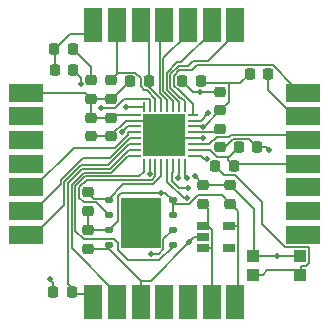
<source format=gbr>
G04 #@! TF.GenerationSoftware,KiCad,Pcbnew,(5.99.0-7341-g916db1094)*
G04 #@! TF.CreationDate,2020-12-04T14:01:57-06:00*
G04 #@! TF.ProjectId,CircuitBrains Basic v1_2,43697263-7569-4744-9272-61696e732042,rev?*
G04 #@! TF.SameCoordinates,Original*
G04 #@! TF.FileFunction,Copper,L1,Top*
G04 #@! TF.FilePolarity,Positive*
%FSLAX46Y46*%
G04 Gerber Fmt 4.6, Leading zero omitted, Abs format (unit mm)*
G04 Created by KiCad (PCBNEW (5.99.0-7341-g916db1094)) date 2020-12-04 14:01:57*
%MOMM*%
%LPD*%
G01*
G04 APERTURE LIST*
G04 Aperture macros list*
%AMRoundRect*
0 Rectangle with rounded corners*
0 $1 Rounding radius*
0 $2 $3 $4 $5 $6 $7 $8 $9 X,Y pos of 4 corners*
0 Add a 4 corners polygon primitive as box body*
4,1,4,$2,$3,$4,$5,$6,$7,$8,$9,$2,$3,0*
0 Add four circle primitives for the rounded corners*
1,1,$1+$1,$2,$3,0*
1,1,$1+$1,$4,$5,0*
1,1,$1+$1,$6,$7,0*
1,1,$1+$1,$8,$9,0*
0 Add four rect primitives between the rounded corners*
20,1,$1+$1,$2,$3,$4,$5,0*
20,1,$1+$1,$4,$5,$6,$7,0*
20,1,$1+$1,$6,$7,$8,$9,0*
20,1,$1+$1,$8,$9,$2,$3,0*%
G04 Aperture macros list end*
G04 #@! TA.AperFunction,SMDPad,CuDef*
%ADD10RoundRect,0.218750X0.256250X-0.218750X0.256250X0.218750X-0.256250X0.218750X-0.256250X-0.218750X0*%
G04 #@! TD*
G04 #@! TA.AperFunction,SMDPad,CuDef*
%ADD11RoundRect,0.218750X-0.218750X-0.256250X0.218750X-0.256250X0.218750X0.256250X-0.218750X0.256250X0*%
G04 #@! TD*
G04 #@! TA.AperFunction,SMDPad,CuDef*
%ADD12RoundRect,0.218750X-0.256250X0.218750X-0.256250X-0.218750X0.256250X-0.218750X0.256250X0.218750X0*%
G04 #@! TD*
G04 #@! TA.AperFunction,SMDPad,CuDef*
%ADD13RoundRect,0.218750X0.218750X0.256250X-0.218750X0.256250X-0.218750X-0.256250X0.218750X-0.256250X0*%
G04 #@! TD*
G04 #@! TA.AperFunction,SMDPad,CuDef*
%ADD14R,0.260000X0.840000*%
G04 #@! TD*
G04 #@! TA.AperFunction,SMDPad,CuDef*
%ADD15R,0.840000X0.260000*%
G04 #@! TD*
G04 #@! TA.AperFunction,SMDPad,CuDef*
%ADD16R,3.600000X3.600000*%
G04 #@! TD*
G04 #@! TA.AperFunction,SMDPad,CuDef*
%ADD17R,1.000000X1.000000*%
G04 #@! TD*
G04 #@! TA.AperFunction,SMDPad,CuDef*
%ADD18R,3.000000X1.500000*%
G04 #@! TD*
G04 #@! TA.AperFunction,SMDPad,CuDef*
%ADD19R,1.500000X3.000000*%
G04 #@! TD*
G04 #@! TA.AperFunction,SMDPad,CuDef*
%ADD20R,1.060000X0.650000*%
G04 #@! TD*
G04 #@! TA.AperFunction,SMDPad,CuDef*
%ADD21RoundRect,0.125000X-0.250000X-0.125000X0.250000X-0.125000X0.250000X0.125000X-0.250000X0.125000X0*%
G04 #@! TD*
G04 #@! TA.AperFunction,SMDPad,CuDef*
%ADD22R,3.400000X4.300000*%
G04 #@! TD*
G04 #@! TA.AperFunction,ViaPad*
%ADD23C,1.400000*%
G04 #@! TD*
G04 #@! TA.AperFunction,ViaPad*
%ADD24C,0.508000*%
G04 #@! TD*
G04 #@! TA.AperFunction,Conductor*
%ADD25C,0.152400*%
G04 #@! TD*
G04 #@! TA.AperFunction,Conductor*
%ADD26C,0.200000*%
G04 #@! TD*
G04 APERTURE END LIST*
D10*
X104800000Y-101099500D03*
X104800000Y-99524500D03*
X95600000Y-100187500D03*
X95600000Y-98612500D03*
D11*
X106400500Y-101100000D03*
X107975500Y-101100000D03*
D10*
X103400000Y-105887500D03*
X103400000Y-104312500D03*
D12*
X93600000Y-108124500D03*
X93600000Y-109699500D03*
D13*
X103199500Y-95500000D03*
X101624500Y-95500000D03*
D10*
X105700000Y-105875500D03*
X105700000Y-104300500D03*
X93900000Y-100187500D03*
X93900000Y-98612500D03*
X104800000Y-97987500D03*
X104800000Y-96412500D03*
D11*
X90800000Y-92800000D03*
X92375000Y-92800000D03*
X90812500Y-94600000D03*
X92387500Y-94600000D03*
D10*
X93600000Y-106499500D03*
X93600000Y-104924500D03*
D13*
X105999500Y-102700000D03*
X104424500Y-102700000D03*
D10*
X95600000Y-97000000D03*
X95600000Y-95425000D03*
D11*
X97200000Y-95500000D03*
X98775000Y-95500000D03*
D10*
X93900000Y-97000000D03*
X93900000Y-95425000D03*
D14*
X101850000Y-97665000D03*
X101350000Y-97665000D03*
X100850000Y-97665000D03*
X100350000Y-97665000D03*
X99850000Y-97665000D03*
X99350000Y-97665000D03*
X98850000Y-97665000D03*
X98350000Y-97665000D03*
D15*
X97665000Y-98350000D03*
X97665000Y-98850000D03*
X97665000Y-99350000D03*
X97665000Y-99850000D03*
X97665000Y-100350000D03*
X97665000Y-100850000D03*
X97665000Y-101350000D03*
X97665000Y-101850000D03*
D14*
X98350000Y-102535000D03*
X98850000Y-102535000D03*
X99350000Y-102535000D03*
X99850000Y-102535000D03*
X100350000Y-102535000D03*
X100850000Y-102535000D03*
X101350000Y-102535000D03*
X101850000Y-102535000D03*
D15*
X102535000Y-101850000D03*
X102535000Y-101350000D03*
X102535000Y-100850000D03*
X102535000Y-100350000D03*
X102535000Y-99850000D03*
X102535000Y-99350000D03*
X102535000Y-98850000D03*
X102535000Y-98350000D03*
D16*
X100100000Y-100100000D03*
D17*
X111600000Y-111900000D03*
X107600000Y-111900000D03*
X111600000Y-110300000D03*
X107600000Y-110300000D03*
D18*
X88350000Y-96500000D03*
X88350000Y-98500000D03*
X88350000Y-100500000D03*
X88350000Y-102500000D03*
X88350000Y-104500000D03*
X88350000Y-106500000D03*
X88350000Y-108500000D03*
D19*
X94100000Y-114250000D03*
X96100000Y-114250000D03*
X98100000Y-114250000D03*
X100100000Y-114250000D03*
X102100000Y-114250000D03*
X104100000Y-114250000D03*
X106100000Y-114250000D03*
D18*
X111850000Y-108500000D03*
X111850000Y-106500000D03*
X111850000Y-104500000D03*
X111850000Y-102500000D03*
X111850000Y-100500000D03*
X111850000Y-98500000D03*
X111850000Y-96500000D03*
D19*
X106100000Y-90750000D03*
X104100000Y-90750000D03*
X102100000Y-90750000D03*
X100100000Y-90750000D03*
X98100000Y-90750000D03*
X96100000Y-90750000D03*
X94100000Y-90750000D03*
D20*
X103400000Y-107750000D03*
X103400000Y-108700000D03*
X103400000Y-109650000D03*
X105600000Y-109650000D03*
X105600000Y-107750000D03*
D13*
X92275000Y-113400000D03*
X90700000Y-113400000D03*
D21*
X95400000Y-105595000D03*
X95400000Y-106865000D03*
X95400000Y-108135000D03*
X95400000Y-109405000D03*
X100800000Y-109405000D03*
X100800000Y-108135000D03*
X100800000Y-106865000D03*
X100800000Y-105595000D03*
D22*
X98100000Y-107500000D03*
D11*
X107312500Y-94900000D03*
X108887500Y-94900000D03*
D23*
X94100000Y-90000000D03*
X98100000Y-115000000D03*
D24*
X102699300Y-103563000D03*
X109000000Y-101350000D03*
X101300000Y-98600000D03*
X103132300Y-96412500D03*
X103385000Y-100350000D03*
X102220550Y-109120550D03*
D23*
X94100000Y-91500000D03*
D24*
X109650000Y-110300000D03*
X98950000Y-100100000D03*
X101450000Y-100350000D03*
D23*
X98100000Y-113500000D03*
X106100000Y-115000000D03*
X87600000Y-96500000D03*
X89100000Y-96500000D03*
X106100000Y-113500000D03*
D24*
X99780100Y-104941800D03*
X103365500Y-99368300D03*
D23*
X112600000Y-102500000D03*
X111100000Y-102500000D03*
X104100000Y-115000000D03*
X104100000Y-113500000D03*
D24*
X93009100Y-95766300D03*
X90391000Y-112268800D03*
D23*
X98100000Y-90000000D03*
X98100000Y-91500000D03*
X112600000Y-98500000D03*
D24*
X103795700Y-98234200D03*
D23*
X111100000Y-98500000D03*
X96100000Y-90000000D03*
X96100000Y-91500000D03*
X94100000Y-115000000D03*
X94100000Y-113500000D03*
D24*
X98850000Y-103367800D03*
X98951600Y-110163500D03*
D23*
X104100000Y-90000000D03*
X104100000Y-91500000D03*
X102100000Y-90000000D03*
X102100000Y-91500000D03*
X100100000Y-90000000D03*
X100100000Y-91500000D03*
X87600000Y-102500000D03*
X89100000Y-102500000D03*
D24*
X96511200Y-99854900D03*
D23*
X87600000Y-106500000D03*
X89100000Y-106500000D03*
X87600000Y-108500000D03*
X89100000Y-108500000D03*
X87600000Y-104500000D03*
X89100000Y-104500000D03*
X112600000Y-100500000D03*
X111100000Y-100500000D03*
X112600000Y-104500000D03*
D24*
X103678900Y-102085600D03*
D23*
X111100000Y-104500000D03*
X112600000Y-106500000D03*
X111100000Y-106500000D03*
D24*
X102072400Y-104560900D03*
D23*
X112600000Y-108500000D03*
D24*
X101995000Y-105436800D03*
D23*
X111100000Y-108500000D03*
X100100000Y-115000000D03*
D24*
X101221000Y-103740000D03*
D23*
X100100000Y-113500000D03*
X102100000Y-115000000D03*
X102100000Y-113500000D03*
D24*
X101979000Y-103740000D03*
D23*
X96100000Y-115000000D03*
X96100000Y-113500000D03*
X112600000Y-96500000D03*
X111100000Y-96500000D03*
X106100000Y-90000000D03*
X106100000Y-91500000D03*
X87600000Y-98500000D03*
D24*
X94750000Y-97806200D03*
D23*
X89100000Y-98500000D03*
X87600000Y-100500000D03*
X89100000Y-100500000D03*
D24*
X96815100Y-97665000D03*
D25*
X102535000Y-99850000D02*
X102536300Y-99851300D01*
X104473200Y-99851300D02*
X104800000Y-99524500D01*
X102536300Y-99851300D02*
X104473200Y-99851300D01*
X101450000Y-100350000D02*
X100350000Y-100350000D01*
X109650000Y-110300000D02*
X110971100Y-110300000D01*
X102220550Y-109120550D02*
X98941600Y-112399500D01*
X90812500Y-92800000D02*
X90812500Y-94600000D01*
X102535000Y-100350000D02*
X101450000Y-100350000D01*
X94100000Y-91500000D02*
X94100000Y-90750000D01*
X100100000Y-100100000D02*
X98850000Y-98850000D01*
X98100000Y-114250000D02*
X98100000Y-113500000D01*
X98100000Y-113500000D02*
X98100000Y-112399500D01*
X95600000Y-100079100D02*
X95600000Y-100187500D01*
X103400000Y-108700000D02*
X102641100Y-108700000D01*
X100350000Y-100350000D02*
X100100000Y-100100000D01*
X105237200Y-101099500D02*
X104800000Y-101099500D01*
X97665000Y-98850000D02*
X96829100Y-98850000D01*
X107700000Y-110300000D02*
X109650000Y-110300000D01*
X103400000Y-104312500D02*
X105688000Y-104312500D01*
X98941600Y-112399500D02*
X98100000Y-112399500D01*
X102699300Y-103563000D02*
X103400000Y-104263700D01*
X90812500Y-92800000D02*
X92112500Y-91500000D01*
X103385000Y-100350000D02*
X102535000Y-100350000D01*
X107700000Y-106324500D02*
X107700000Y-110300000D01*
X105688000Y-104312500D02*
X107700000Y-106324500D01*
X105688000Y-104312500D02*
X105700000Y-104300500D01*
X90812500Y-92800000D02*
X90800000Y-92800000D01*
X111700000Y-110300000D02*
X110971100Y-110300000D01*
X98100000Y-112399500D02*
X95400000Y-109699500D01*
X103132300Y-96412500D02*
X102537000Y-96412500D01*
X105941400Y-100395300D02*
X105237200Y-101099500D01*
X95600000Y-100187500D02*
X93900000Y-100187500D01*
X95400000Y-109699500D02*
X95400000Y-109405000D01*
X107975500Y-101100000D02*
X108750000Y-101100000D01*
X107975500Y-101100000D02*
X107270800Y-100395300D01*
X102537000Y-96412500D02*
X101624500Y-95500000D01*
X93600000Y-109699500D02*
X95400000Y-109699500D01*
X98850000Y-98850000D02*
X97665000Y-98850000D01*
X103400000Y-104263700D02*
X103400000Y-104312500D01*
X104800000Y-96412500D02*
X103132300Y-96412500D01*
X107270800Y-100395300D02*
X105941400Y-100395300D01*
X108750000Y-101100000D02*
X109000000Y-101350000D01*
X92112500Y-91500000D02*
X94100000Y-91500000D01*
X96829100Y-98850000D02*
X95600000Y-100079100D01*
X102641100Y-108700000D02*
X102220550Y-109120550D01*
X96171000Y-107343000D02*
X95389500Y-108124500D01*
X107312500Y-94900000D02*
X106526100Y-95686400D01*
X97665000Y-98350000D02*
X97016100Y-98350000D01*
X96468000Y-104941800D02*
X96171000Y-105238800D01*
X103365500Y-99368300D02*
X103419200Y-99368300D01*
X105537000Y-97250500D02*
X105537000Y-95686400D01*
X100800000Y-105920600D02*
X102226800Y-105920600D01*
X93400000Y-96500000D02*
X93900000Y-97000000D01*
X103183900Y-99350000D02*
X103202200Y-99368300D01*
X103202200Y-99368300D02*
X103365500Y-99368300D01*
X102226800Y-105920600D02*
X102967300Y-105180100D01*
X100800000Y-105595000D02*
X100146800Y-104941800D01*
X93900000Y-97000000D02*
X95600000Y-97000000D01*
X95389500Y-108124500D02*
X95400000Y-108135000D01*
X105600000Y-107750000D02*
X106358900Y-107750000D01*
X93600000Y-106499500D02*
X93600000Y-108124500D01*
X93600000Y-108124500D02*
X95389500Y-108124500D01*
X103385900Y-95686400D02*
X103199500Y-95500000D01*
X99780100Y-104941800D02*
X96468000Y-104941800D01*
X102535000Y-99350000D02*
X103183900Y-99350000D01*
X104800000Y-97987500D02*
X105537000Y-97250500D01*
X106100000Y-114250000D02*
X106100000Y-113500000D01*
X106358900Y-113241100D02*
X106358900Y-107750000D01*
X97200000Y-95500000D02*
X95700000Y-97000000D01*
X106100000Y-113500000D02*
X106358900Y-113241100D01*
X96171000Y-105238800D02*
X96171000Y-107343000D01*
X97016100Y-98350000D02*
X95862500Y-98350000D01*
X95862500Y-98350000D02*
X95600000Y-98612500D01*
X105700000Y-105875500D02*
X106358900Y-106534400D01*
X89100000Y-96500000D02*
X93400000Y-96500000D01*
X100800000Y-105595000D02*
X100800000Y-105920600D01*
X95700000Y-97000000D02*
X95600000Y-97000000D01*
X105004600Y-105180100D02*
X105700000Y-105875500D01*
X103419200Y-99368300D02*
X104800000Y-97987500D01*
X100146800Y-104941800D02*
X99780100Y-104941800D01*
X95600000Y-98612500D02*
X93900000Y-98612500D01*
X88350000Y-96500000D02*
X89100000Y-96500000D01*
X106526100Y-95686400D02*
X105537000Y-95686400D01*
X102967300Y-105180100D02*
X105004600Y-105180100D01*
X106358900Y-106534400D02*
X106358900Y-107750000D01*
X105537000Y-95686400D02*
X103385900Y-95686400D01*
X93900000Y-97000000D02*
X93900000Y-98612500D01*
X100800000Y-105920600D02*
X100800000Y-106865000D01*
X111100000Y-102500000D02*
X106199500Y-102500000D01*
X105490100Y-102010400D02*
X105490100Y-102190600D01*
X106199500Y-102500000D02*
X105999500Y-102700000D01*
X105490100Y-102190600D02*
X105999500Y-102700000D01*
X111850000Y-102500000D02*
X111100000Y-102500000D01*
X102535000Y-101350000D02*
X103942400Y-101350000D01*
X103942400Y-101350000D02*
X104560600Y-101968200D01*
X105447900Y-101968200D02*
X105490100Y-102010400D01*
X104560600Y-101968200D02*
X105447900Y-101968200D01*
X105490100Y-102010400D02*
X106400500Y-101100000D01*
X104158900Y-108129400D02*
X103779500Y-107750000D01*
X104082600Y-109650000D02*
X104100000Y-109650000D01*
X104158900Y-109591100D02*
X104158900Y-108129400D01*
X104100000Y-109650000D02*
X104158900Y-109591100D01*
X104100000Y-113500000D02*
X104100000Y-114250000D01*
X103400000Y-109650000D02*
X104082600Y-109650000D01*
X103779500Y-106267000D02*
X103400000Y-105887500D01*
X104100000Y-109650000D02*
X104100000Y-113500000D01*
X103400000Y-107750000D02*
X103779500Y-107750000D01*
X103779500Y-107750000D02*
X103779500Y-106267000D01*
X92375000Y-92800000D02*
X93900000Y-94325000D01*
X93900000Y-94325000D02*
X93900000Y-95425000D01*
X92387500Y-94600000D02*
X93009100Y-95221600D01*
X90700000Y-113400000D02*
X90700000Y-112577800D01*
X93009100Y-95221600D02*
X93009100Y-95766300D01*
X90700000Y-112577800D02*
X90391000Y-112268800D01*
X94152600Y-105477100D02*
X93600000Y-104924500D01*
X95400000Y-105595000D02*
X95400000Y-105477100D01*
X99850000Y-102535000D02*
X99850000Y-103183900D01*
X95400000Y-105477100D02*
X94152600Y-105477100D01*
X96625200Y-104251900D02*
X99105700Y-104251900D01*
X99105700Y-104251900D02*
X99850000Y-103507600D01*
X95400000Y-105477100D02*
X96625200Y-104251900D01*
X99850000Y-103507600D02*
X99850000Y-103183900D01*
X107700000Y-111900000D02*
X108428900Y-111900000D01*
X111700000Y-111900000D02*
X111700000Y-111535500D01*
X112346390Y-109571000D02*
X110325900Y-109571000D01*
X106049100Y-103454400D02*
X105178900Y-103454400D01*
X108370900Y-107616000D02*
X108370900Y-105776200D01*
X110325900Y-109571000D02*
X108370900Y-107616000D01*
X112346390Y-110903610D02*
X112346390Y-109571000D01*
X111700000Y-111535500D02*
X108793400Y-111535500D01*
X108370900Y-105776200D02*
X106049100Y-103454400D01*
X105178900Y-103454400D02*
X104424500Y-102700000D01*
X112078900Y-111171100D02*
X112346390Y-110903610D01*
X108793400Y-111535500D02*
X108428900Y-111900000D01*
X111700000Y-111535500D02*
X111700000Y-111171100D01*
X111700000Y-111171100D02*
X112078900Y-111171100D01*
X98775000Y-95500000D02*
X98775000Y-95984700D01*
X98100000Y-90750000D02*
X98100000Y-91500000D01*
X98775000Y-95984700D02*
X99850000Y-97059700D01*
X98100000Y-91500000D02*
X98775000Y-92175000D01*
X99850000Y-97059700D02*
X99850000Y-97665000D01*
X98775000Y-92175000D02*
X98775000Y-95500000D01*
X108887500Y-96287500D02*
X108887500Y-94900000D01*
X103795600Y-98238300D02*
X103795600Y-98234200D01*
X103795600Y-98234200D02*
X103795700Y-98234200D01*
X102535000Y-98850000D02*
X103183900Y-98850000D01*
X111850000Y-98500000D02*
X111100000Y-98500000D01*
X111100000Y-98500000D02*
X108887500Y-96287500D01*
X103183900Y-98850000D02*
X103795600Y-98238300D01*
X99350000Y-97016100D02*
X98608300Y-96274400D01*
X98407400Y-96274400D02*
X98095500Y-95962500D01*
X99350000Y-97665000D02*
X99350000Y-97016100D01*
X98095500Y-95962500D02*
X98095500Y-95269700D01*
X96100000Y-94795200D02*
X96100000Y-94925000D01*
X97621000Y-94795200D02*
X96100000Y-94795200D01*
X96100000Y-94925000D02*
X95600000Y-95425000D01*
X98608300Y-96274400D02*
X98407400Y-96274400D01*
X96100000Y-91500000D02*
X96100000Y-94795200D01*
X96100000Y-90750000D02*
X96100000Y-91500000D01*
X98095500Y-95269700D02*
X97621000Y-94795200D01*
X97665000Y-101350000D02*
X97084400Y-101350000D01*
X93140600Y-102958900D02*
X91946900Y-104152600D01*
X91946900Y-104152600D02*
X91946900Y-112729900D01*
X91946900Y-112729900D02*
X92446000Y-113229000D01*
X94100000Y-114250000D02*
X94100000Y-113500000D01*
X95475500Y-102958900D02*
X93140600Y-102958900D01*
X94100000Y-113500000D02*
X92717000Y-113500000D01*
X97084400Y-101350000D02*
X95475500Y-102958900D01*
X92275000Y-113400000D02*
X92446000Y-113229000D01*
X92717000Y-113500000D02*
X92446000Y-113229000D01*
X92878800Y-104515600D02*
X92878800Y-105379200D01*
X93281900Y-105782300D02*
X94317300Y-105782300D01*
X99350000Y-102535000D02*
X99350000Y-103551000D01*
X93520200Y-103874200D02*
X92878800Y-104515600D01*
X99026800Y-103874200D02*
X93520200Y-103874200D01*
X92878800Y-105379200D02*
X93281900Y-105782300D01*
X94317300Y-105782300D02*
X95400000Y-106865000D01*
X99350000Y-103551000D02*
X99026800Y-103874200D01*
X98350000Y-103183900D02*
X97964800Y-103569100D01*
X100800000Y-109516800D02*
X100800000Y-109405000D01*
X92557100Y-108190500D02*
X93278600Y-108912000D01*
X93278600Y-108912000D02*
X95838100Y-108912000D01*
X98350000Y-102535000D02*
X98350000Y-103183900D01*
X97964800Y-103569100D02*
X93393600Y-103569100D01*
X96171000Y-109244900D02*
X96171000Y-109777500D01*
X92557100Y-104405600D02*
X92557100Y-108190500D01*
X96171000Y-109777500D02*
X97063700Y-110670200D01*
X95838100Y-108912000D02*
X96171000Y-109244900D01*
X99646600Y-110670200D02*
X100800000Y-109516800D01*
X93393600Y-103569100D02*
X92557100Y-104405600D01*
X97063700Y-110670200D02*
X99646600Y-110670200D01*
X100028900Y-108906100D02*
X100028900Y-109744800D01*
X100028900Y-109744800D02*
X99610200Y-110163500D01*
X98850000Y-102535000D02*
X98850000Y-103183900D01*
X99610200Y-110163500D02*
X98951600Y-110163500D01*
X100800000Y-108135000D02*
X100028900Y-108906100D01*
X98850000Y-103183900D02*
X98850000Y-103367800D01*
X100316000Y-94811800D02*
X101212800Y-93915000D01*
X101510500Y-93915000D02*
X104100000Y-91325500D01*
X100316000Y-96230500D02*
X100316000Y-94811800D01*
X101350000Y-97264500D02*
X100316000Y-96230500D01*
X104100000Y-91325500D02*
X104100000Y-91125000D01*
X101212800Y-93915000D02*
X101510500Y-93915000D01*
X104100000Y-91125000D02*
X104100000Y-91500000D01*
X104100000Y-90750000D02*
X104100000Y-91125000D01*
X101350000Y-97665000D02*
X101350000Y-97264500D01*
X100010900Y-96357000D02*
X100010900Y-93589100D01*
X100850000Y-97196100D02*
X100010900Y-96357000D01*
X100010900Y-93589100D02*
X102100000Y-91500000D01*
X100850000Y-97665000D02*
X100850000Y-97196100D01*
X102100000Y-90750000D02*
X102100000Y-91500000D01*
X100350000Y-97127700D02*
X99705800Y-96483500D01*
X100100000Y-91500000D02*
X100100000Y-90750000D01*
X99705800Y-91894200D02*
X100100000Y-91500000D01*
X99705800Y-96483500D02*
X99705800Y-91894200D01*
X100350000Y-97665000D02*
X100350000Y-97127700D01*
X97665000Y-99350000D02*
X97016100Y-99350000D01*
X97016100Y-99350000D02*
X96511200Y-99854900D01*
X88350000Y-102500000D02*
X89100000Y-102500000D01*
X93182300Y-102054000D02*
X91336700Y-103899600D01*
X97665000Y-100350000D02*
X97202500Y-100350000D01*
X97202500Y-100350000D02*
X95498500Y-102054000D01*
X91336700Y-103899600D02*
X91336700Y-104263300D01*
X95498500Y-102054000D02*
X93182300Y-102054000D01*
X88350000Y-106500000D02*
X89100000Y-106500000D01*
X91336700Y-104263300D02*
X89100000Y-106500000D01*
X95330400Y-102653800D02*
X93014100Y-102653800D01*
X97134200Y-100850000D02*
X95330400Y-102653800D01*
X91641800Y-105958200D02*
X89100000Y-108500000D01*
X91641800Y-104026100D02*
X91641800Y-105958200D01*
X97665000Y-100850000D02*
X97134200Y-100850000D01*
X93014100Y-102653800D02*
X91641800Y-104026100D01*
X89100000Y-108500000D02*
X88350000Y-108500000D01*
X89100000Y-104500000D02*
X92432300Y-101167700D01*
X95909200Y-101167700D02*
X97016100Y-100060800D01*
X97665000Y-99850000D02*
X97016100Y-99850000D01*
X88350000Y-104500000D02*
X89100000Y-104500000D01*
X97016100Y-100060800D02*
X97016100Y-99850000D01*
X92432300Y-101167700D02*
X95909200Y-101167700D01*
X103877800Y-100850000D02*
X102535000Y-100850000D01*
X104523800Y-100204000D02*
X103877800Y-100850000D01*
X105617600Y-100204000D02*
X104523800Y-100204000D01*
X111100000Y-100500000D02*
X110690100Y-100090100D01*
X111850000Y-100500000D02*
X111100000Y-100500000D01*
X105731500Y-100090100D02*
X105617600Y-100204000D01*
X110690100Y-100090100D02*
X105731500Y-100090100D01*
X103419500Y-102085600D02*
X103678900Y-102085600D01*
X102535000Y-101850000D02*
X103183900Y-101850000D01*
X103183900Y-101850000D02*
X103419500Y-102085600D01*
X111850000Y-104500000D02*
X111100000Y-104500000D01*
X100709000Y-103955300D02*
X100709000Y-103324900D01*
X102072400Y-104560900D02*
X101314600Y-104560900D01*
X101314600Y-104560900D02*
X100709000Y-103955300D01*
X111850000Y-106500000D02*
X111100000Y-106500000D01*
X100709000Y-103324900D02*
X100850000Y-103183900D01*
X100850000Y-102535000D02*
X100850000Y-103183900D01*
X111100000Y-108500000D02*
X111850000Y-108500000D01*
X100350000Y-104028000D02*
X100350000Y-102535000D01*
X101995000Y-105436800D02*
X101758800Y-105436800D01*
X101758800Y-105436800D02*
X100350000Y-104028000D01*
D26*
X101375000Y-103586000D02*
X101221000Y-103740000D01*
X101350000Y-102535000D02*
X101350000Y-103165000D01*
D25*
X100100000Y-113500000D02*
X100100000Y-114250000D01*
D26*
X101350000Y-103165000D02*
X101375000Y-103190000D01*
X101375000Y-103190000D02*
X101375000Y-103586000D01*
D25*
X102100000Y-113500000D02*
X102100000Y-114250000D01*
D26*
X101825000Y-103190000D02*
X101825000Y-103586000D01*
X101825000Y-103586000D02*
X101979000Y-103740000D01*
X101850000Y-103165000D02*
X101825000Y-103190000D01*
X101850000Y-102535000D02*
X101850000Y-103165000D01*
D25*
X95602100Y-103264000D02*
X93267100Y-103264000D01*
X97665000Y-101850000D02*
X97016100Y-101850000D01*
X92252000Y-109652000D02*
X96100000Y-113500000D01*
X92252000Y-104279100D02*
X92252000Y-109652000D01*
X93267100Y-103264000D02*
X92252000Y-104279100D01*
X96100000Y-114250000D02*
X96100000Y-113500000D01*
X97016100Y-101850000D02*
X95602100Y-103264000D01*
X111100000Y-95985100D02*
X109295700Y-94180800D01*
X100926300Y-95910100D02*
X101307700Y-96291500D01*
X102449900Y-94607700D02*
X101383400Y-94607700D01*
X102535000Y-97444500D02*
X102535000Y-98350000D01*
X101307700Y-96291500D02*
X101382000Y-96291500D01*
X101382000Y-96291500D02*
X102535000Y-97444500D01*
X111100000Y-96500000D02*
X111100000Y-95985100D01*
X109295700Y-94180800D02*
X102876800Y-94180800D01*
X101383400Y-94607700D02*
X100926300Y-95064800D01*
X111850000Y-96500000D02*
X111100000Y-96500000D01*
X102876800Y-94180800D02*
X102449900Y-94607700D01*
X100926300Y-95064800D02*
X100926300Y-95910100D01*
X101850000Y-97223200D02*
X101526400Y-96899600D01*
X102530700Y-93806700D02*
X103793300Y-93806700D01*
X100621100Y-94938300D02*
X101339200Y-94220200D01*
X101339200Y-94220200D02*
X102117200Y-94220200D01*
X101416700Y-96899600D02*
X100621100Y-96104000D01*
X101850000Y-97665000D02*
X101850000Y-97223200D01*
X101526400Y-96899600D02*
X101416700Y-96899600D01*
X106100000Y-90750000D02*
X106100000Y-91500000D01*
X103793300Y-93806700D02*
X106100000Y-91500000D01*
X100621100Y-96104000D02*
X100621100Y-94938300D01*
X102117200Y-94220200D02*
X102530700Y-93806700D01*
X98850000Y-97016100D02*
X96723200Y-97016100D01*
X95933100Y-97806200D02*
X94750000Y-97806200D01*
X98850000Y-97665000D02*
X98850000Y-97016100D01*
X96723200Y-97016100D02*
X95933100Y-97806200D01*
X88350000Y-98500000D02*
X89100000Y-98500000D01*
X88350000Y-100500000D02*
X89100000Y-100500000D01*
X98350000Y-97665000D02*
X96815100Y-97665000D01*
M02*

</source>
